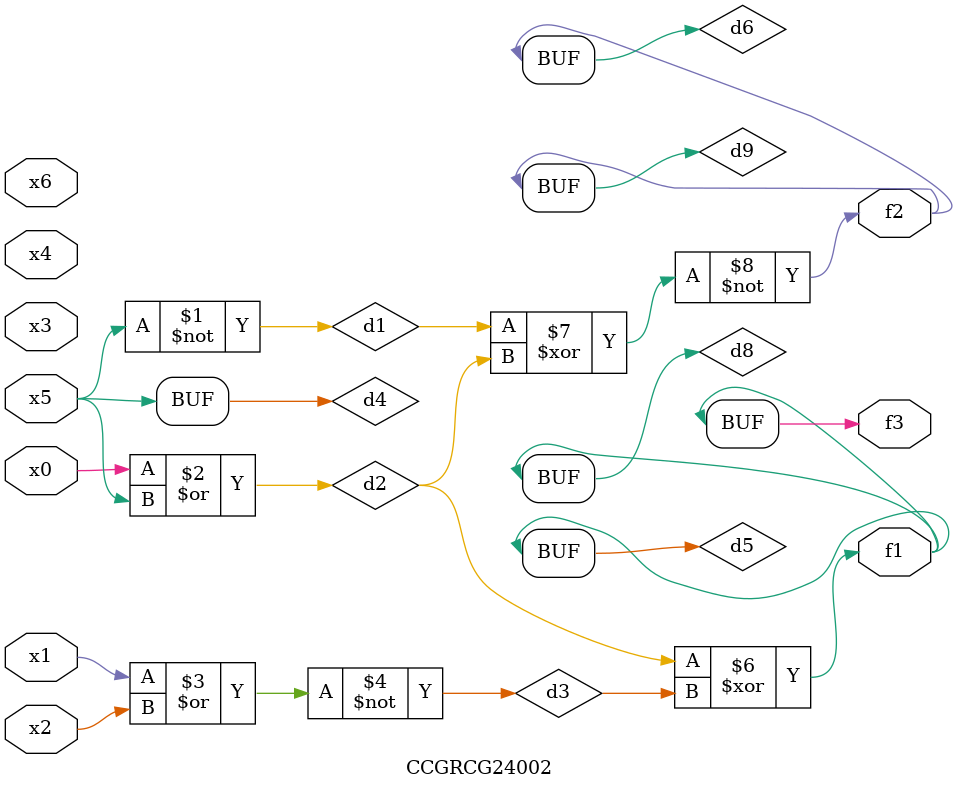
<source format=v>
module CCGRCG24002(
	input x0, x1, x2, x3, x4, x5, x6,
	output f1, f2, f3
);

	wire d1, d2, d3, d4, d5, d6, d7, d8, d9;

	nand (d1, x5);
	or (d2, x0, x5);
	nor (d3, x1, x2);
	xnor (d4, d1);
	xor (d5, d2, d3);
	xnor (d6, d1, d2);
	not (d7, x4);
	buf (d8, d5);
	xor (d9, d6);
	assign f1 = d8;
	assign f2 = d9;
	assign f3 = d8;
endmodule

</source>
